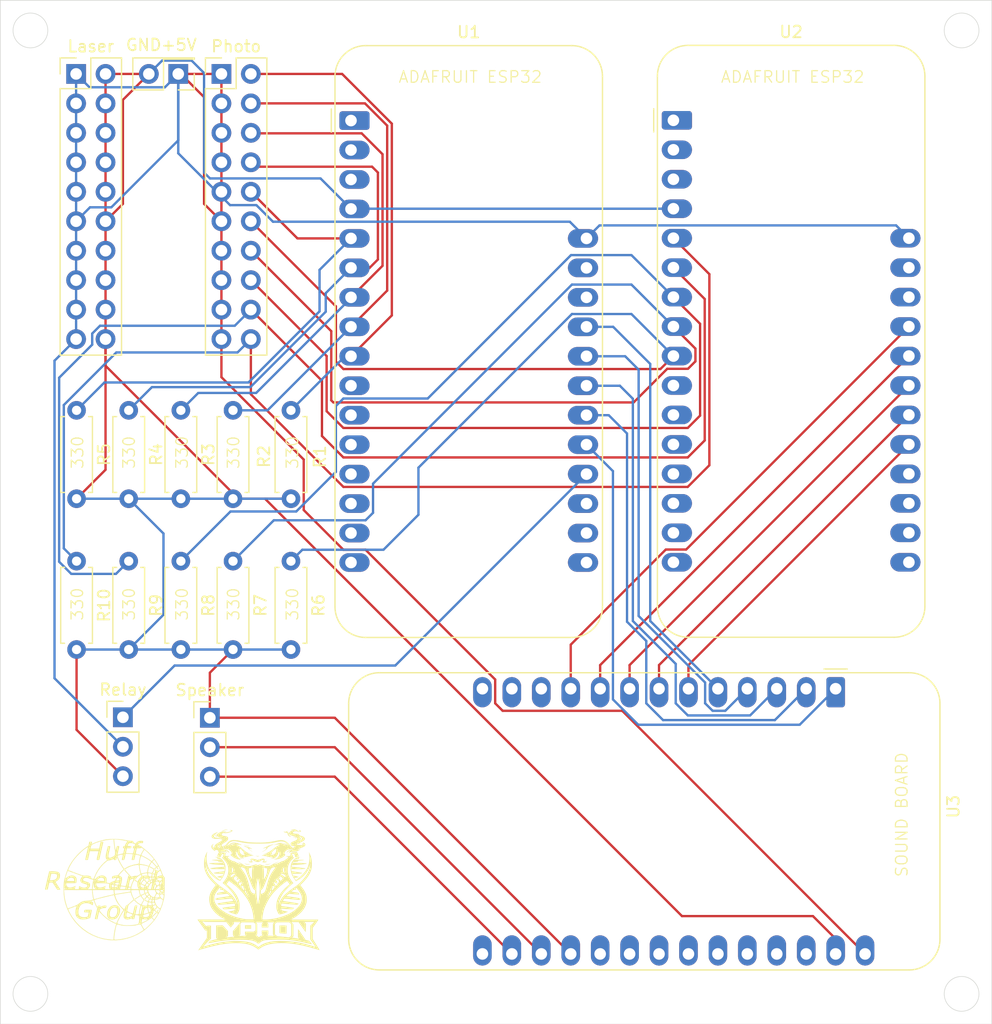
<source format=kicad_pcb>
(kicad_pcb
	(version 20241229)
	(generator "pcbnew")
	(generator_version "9.0")
	(general
		(thickness 1.6)
		(legacy_teardrops no)
	)
	(paper "A4")
	(layers
		(0 "F.Cu" signal)
		(2 "B.Cu" signal)
		(9 "F.Adhes" user "F.Adhesive")
		(11 "B.Adhes" user "B.Adhesive")
		(13 "F.Paste" user)
		(15 "B.Paste" user)
		(5 "F.SilkS" user "F.Silkscreen")
		(7 "B.SilkS" user "B.Silkscreen")
		(1 "F.Mask" user)
		(3 "B.Mask" user)
		(17 "Dwgs.User" user "User.Drawings")
		(19 "Cmts.User" user "User.Comments")
		(21 "Eco1.User" user "User.Eco1")
		(23 "Eco2.User" user "User.Eco2")
		(25 "Edge.Cuts" user)
		(27 "Margin" user)
		(31 "F.CrtYd" user "F.Courtyard")
		(29 "B.CrtYd" user "B.Courtyard")
		(35 "F.Fab" user)
		(33 "B.Fab" user)
		(39 "User.1" user)
		(41 "User.2" user)
		(43 "User.3" user)
		(45 "User.4" user)
	)
	(setup
		(pad_to_mask_clearance 0)
		(allow_soldermask_bridges_in_footprints no)
		(tenting front back)
		(pcbplotparams
			(layerselection 0x00000000_00000000_55555555_5755f5ff)
			(plot_on_all_layers_selection 0x00000000_00000000_00000000_00000000)
			(disableapertmacros no)
			(usegerberextensions no)
			(usegerberattributes yes)
			(usegerberadvancedattributes yes)
			(creategerberjobfile yes)
			(dashed_line_dash_ratio 12.000000)
			(dashed_line_gap_ratio 3.000000)
			(svgprecision 4)
			(plotframeref no)
			(mode 1)
			(useauxorigin no)
			(hpglpennumber 1)
			(hpglpenspeed 20)
			(hpglpendiameter 15.000000)
			(pdf_front_fp_property_popups yes)
			(pdf_back_fp_property_popups yes)
			(pdf_metadata yes)
			(pdf_single_document no)
			(dxfpolygonmode yes)
			(dxfimperialunits yes)
			(dxfusepcbnewfont yes)
			(psnegative no)
			(psa4output no)
			(plot_black_and_white yes)
			(sketchpadsonfab no)
			(plotpadnumbers no)
			(hidednponfab no)
			(sketchdnponfab yes)
			(crossoutdnponfab yes)
			(subtractmaskfromsilk no)
			(outputformat 1)
			(mirror no)
			(drillshape 0)
			(scaleselection 1)
			(outputdirectory "")
		)
	)
	(net 0 "")
	(net 1 "+5V")
	(net 2 "Net-(Q1-E)")
	(net 3 "Net-(Q2-E)")
	(net 4 "Net-(Q3-E)")
	(net 5 "Net-(Q4-E)")
	(net 6 "Net-(Q5-E)")
	(net 7 "Net-(Q6-E)")
	(net 8 "Net-(Q7-E)")
	(net 9 "Net-(Q8-E)")
	(net 10 "Net-(Q9-E)")
	(net 11 "Net-(Q10-E)")
	(net 12 "GND")
	(net 13 "pin0")
	(net 14 "pin1")
	(net 15 "pin2")
	(net 16 "pin3")
	(net 17 "pin4")
	(net 18 "pin5")
	(net 19 "pin6")
	(net 20 "pin7")
	(net 21 "pin8")
	(net 22 "pin9")
	(net 23 "pin20U1")
	(net 24 "left")
	(net 25 "right")
	(footprint "Laser_Harp_PCB:dumber" (layer "F.Cu") (at 154.736 117.179))
	(footprint "Connector_PinHeader_2.54mm:PinHeader_2x10_P2.54mm_Vertical" (layer "F.Cu") (at 139.042 45.847))
	(footprint "Laser_Harp_PCB:ts dumb"
		(layer "F.Cu")
		(uuid "0ae98300-a4f1-48f0-b61a-1b1ce8520ff1")
		(at 142.29 116.163)
		(property "Reference" "G***"
			(at 0 0 0)
			(layer "F.SilkS")
			(hide yes)
			(uuid "d2d95121-2330-4e68-a3bd-1eb238249f51")
			(effects
				(font
					(size 1.5 1.5)
					(thickness 0.3)
				)
			)
		)
		(property "Value" "LOGO"
			(at 0.75 0 0)
			(layer "F.SilkS")
			(hide yes)
			(uuid "6a11c531-5678-4703-89bb-9cd102ed5f66")
			(effects
				(font
					(size 1.5 1.5)
					(thickness 0.3)
				)
			)
		)
		(property "Datasheet" ""
			(at 0 0 0)
			(layer "F.Fab")
			(hide yes)
			(uuid "38fb9ab0-ab79-4737-9363-277f3fa03916")
			(effects
				(font
					(size 1.27 1.27)
					(thickness 0.15)
				)
			)
		)
		(property "Description" ""
			(at 0 0 0)
			(layer "F.Fab")
			(hide yes)
			(uuid "5e88d1f2-0bc2-46b1-ab04-578d6becd6f0")
			(effects
				(font
					(size 1.27 1.27)
					(thickness 0.15)
				)
			)
		)
		(attr board_only exclude_from_pos_files exclude_from_bom)
		(fp_poly
			(pts
				(xy 0.252164 1.359609) (xy 0.384552 1.423669) (xy 0.479019 1.52812) (xy 0.53294 1.670658) (xy 0.542816 1.740745)
				(xy 0.534881 1.932801) (xy 0.483754 2.120642) (xy 0.39569 2.291401) (xy 0.276946 2.432206) (xy 0.167648 2.512624)
				(xy 0.046533 2.558086) (xy -0.097011 2.57787) (xy -0.241498 2.571641) (xy -0.365438 2.539067) (xy -0.399908 2.521428)
				(xy -0.492486 2.44238) (xy -0.549511 2.335354) (xy -0.575002 2.191214) (xy -0.576046 2.157733) (xy -0.349177 2.157733)
				(xy -0.340044 2.225818) (xy -0.313251 2.279749) (xy -0.296639 2.302051) (xy -0.245133 2.352921)
				(xy -0.182728 2.375301) (xy -0.107902 2.37949) (xy 0.030047 2.35772) (xy 0.101676 2.320951) (xy 0.18817 2.236909)
				(xy 0.250613 2.120567) (xy 0.294569 1.961179) (xy 0.298461 1.940845) (xy 0.312444 1.779777) (xy 0.287701 1.658765)
				(xy 0.224527 1.578325) (xy 0.123219 1.538972) (xy 0.06521 1.534806) (xy -0.06329 1.561293) (xy -0.17367 1.636275)
				(xy -0.260998 1.753493) (xy -0.320341 1.906689) (xy -0.344664 2.054826) (xy -0.349177 2.157733)
				(xy -0.576046 2.157733) (xy -0.577273 2.118388) (xy -0.555571 1.900506) (xy -0.488949 1.712753)
				(xy -0.387238 1.562318) (xy -0.245566 1.435923) (xy -0.081807 1.360928) (xy 0.084479 1.338245)
			)
			(stroke
				(width 0)
				(type solid)
			)
			(fill yes)
			(layer "F.SilkS")
			(uuid "4fa9f304-6a0b-4899-a07a-db983a7a512a")
		)
		(fp_poly
			(pts
				(xy -5.347125 -1.589217) (xy -5.221697 -1.583135) (xy -5.092146 -1.572696) (xy -4.971382 -1.558762)
				(xy -4.87232 -1.542196) (xy -4.807871 -1.523859) (xy -4.80291 -1.521495) (xy -4.70808 -1.454823)
				(xy -4.654008 -1.368081) (xy -4.635185 -1.249603) (xy -4.637529 -1.171178) (xy -4.654969 -1.048976)
				(xy -4.692169 -0.955729) (xy -4.72864 -0.901464) (xy -4.81428 -0.810114) (xy -4.916678 -0.730393)
				(xy -5.012417 -0.680472) (xy -5.007917 -0.655049) (xy -4.976305 -0.591823) (xy -4.922408 -0.499375)
				(xy -4.851056 -0.386288) (xy -4.822339 -0.342647) (xy -4.743646 -0.22335) (xy -4.677567 -0.121336)
				(xy -4.629739 -0.045449) (xy -4.605799 -0.004534) (xy -4.604102 -0.000203) (xy -4.629369 0.007996)
				(xy -4.693644 0.012811) (xy -4.73786 0.01339) (xy -4.871619 0.012701) (xy -5.075896 -0.296366) (xy -5.280172 -0.605432)
				(xy -5.420315 -0.605432) (xy -5.504612 -0.602733) (xy -5.549122 -0.589243) (xy -5.57031 -0.556877)
				(xy -5.578013 -0.527993) (xy -5.594531 -0.456122) (xy -5.61756 -0.357063) (xy -5.631929 -0.295676)
				(xy -5.655786 -0.19358) (xy -5.677003 -0.101983) (xy -5.685845 -0.063359) (xy -5.704253 -0.012888)
				(xy -5.740978 0.009186) (xy -5.814801 0.01408) (xy -5.815503 0.01408) (xy -5.895391 0.006291) (xy -5.926676 -0.018437)
				(xy -5.927605 -0.025978) (xy -5.921432 -0.064819) (xy -5.904263 -0.149036) (xy -5.878122 -0.269885)
				(xy -5.845033 -0.41862) (xy -5.807023 -0.586495) (xy -5.766115 -0.764764) (xy -5.753381 -0.819598)
				(xy -5.505406 -0.819598) (xy -5.480346 -0.806926) (xy -5.41565 -0.804897) (xy -5.32661 -0.811719)
				(xy -5.228518 -0.825599) (xy -5.136667 -0.844744) (xy -5.066351 -0.86736) (xy -5.055927 -0.872292)
				(xy -4.9626 -0.950509) (xy -4.903294 -1.06406) (xy -4.885698 -1.17971) (xy -4.900199 -1.264686)
				(xy -4.948042 -1.321392) (xy -5.03574 -1.353705) (xy -5.169803 -1.365499) (xy -5.198249 -1.365743)
				(xy -5.385629 -1.365743) (xy -5.445615 -1.105266) (xy -5.471625 -0.989727) (xy -5.491903 -0.894707)
				(xy -5.503626 -0.833693) (xy -5.505406 -0.819598) (xy -5.753381 -0.819598) (xy -5.724333 -0.944682)
				(xy -5.683704 -1.117504) (xy -5.646251 -1.274482) (xy -5.613999 -1.406873) (xy -5.588972 -1.505929)
				(xy -5.573196 -1.562905) (xy -5.569532 -1.572695) (xy -5.533955 -1.584859) (xy -5.455515 -1.590079)
			)
			(stroke
				(width 0)
				(type solid)
			)
			(fill yes)
			(layer "F.SilkS")
			(uuid "6f03a264-500d-477b-b134-6ff670be8776")
		)
		(fp_poly
			(pts
				(xy 0.162355 -4.365224) (xy 0.413666 -4.354292) (xy 0.643097 -4.334051) (xy 0.835525 -4.304651)
				(xy 0.872949 -4.296612) (xy 1.02205 -4.266224) (xy 1.179565 -4.240429) (xy 1.319424 -4.223295) (xy 1.365743 -4.219711)
				(xy 1.508384 -4.210352) (xy 1.60326 -4.200064) (xy 1.6589 -4.186347) (xy 1.683837 -4.166701) (xy 1.686602 -4.138629)
				(xy 1.683947 -4.126493) (xy 1.687238 -4.082453) (xy 1.730335 -4.043987) (xy 1.771245 -4.0225) (xy 1.873043 -3.973955)
				(xy 1.964349 -4.062024) (xy 2.040188 -4.124582) (xy 2.116623 -4.171926) (xy 2.134926 -4.17998) (xy 2.206598 -4.197071)
				(xy 2.299742 -4.206796) (xy 2.396284 -4.208948) (xy 2.478152 -4.203314) (xy 2.527271 -4.189687)
				(xy 2.532581 -4.1846) (xy 2.538572 -4.141307) (xy 2.531063 -4.073664) (xy 2.517929 -4.022878) (xy 2.494419 -3.999847)
				(xy 2.444088 -3.997146) (xy 2.377194 -4.004191) (xy 2.268352 -4.003656) (xy 2.176534 -3.979052)
				(xy 2.115445 -3.935953) (xy 2.097894 -3.890597) (xy 2.121456 -3.857386) (xy 2.179136 -3.817635)
				(xy 2.251422 -3.782003) (xy 2.318803 -3.761149) (xy 2.338206 -3.759313) (xy 2.375088 -3.745557)
				(xy 2.37949 -3.734393) (xy 2.400817 -3.708632) (xy 2.458695 -3.657644) (xy 2.543973 -3.589109) (xy 2.634863 -3.520052)
				(xy 2.999382 -3.216323) (xy 3.331674 -2.871929) (xy 3.626724 -2.493792) (xy 3.879518 -2.088833)
				(xy 4.085042 -1.663973) (xy 4.195724 -1.365743) (xy 4.238388 -1.261201) (xy 4.291784 -1.164714)
				(xy 4.321977 -1.123622) (xy 4.397756 -1.036379) (xy 4.393615 -0.236593) (xy 4.391935 0.006434) (xy 4.389335 0.201851)
				(xy 4.385291 0.358367) (xy 4.379275 0.48469) (xy 4.370763 0.589529) (xy 4.359228 0.681592) (xy 4.344145 0.769588)
				(xy 4.328135 0.84772) (xy 4.193438 1.343174) (xy 4.007757 1.815025) (xy 3.770156 2.265499) (xy 3.654498 2.449099)
				(xy 3.502891 2.655546) (xy 3.314796 2.876055) (xy 3.103152 3.097693) (xy 2.880897 3.307526) (xy 2.66097 3.492619)
				(xy 2.475879 3.627256) (xy 2.050853 3.876434) (xy 1.605097 4.076874) (xy 1.143938 4.227263) (xy 0.672698 4.326283)
				(xy 0.196704 4.37262) (xy -0.27872 4.364958) (xy -0.445627 4.349087) (xy -0.932967 4.264934) (xy -1.402059 4.129328)
				(xy -1.849404 3.944856) (xy -2.271504 3.714104) (xy -2.664858 3.43966) (xy -3.02597 3.124109) (xy -3.351339 2.77004)
				(xy -3.637468 2.380039) (xy -3.880857 1.956693) (xy -3.986386 1.731123) (xy -4.004052 1.686401)
				(xy -3.9204 1.686401) (xy -3.918695 1.721559) (xy -3.890575 1.795594) (xy -3.840401 1.900216) (xy -3.772537 2.027137)
				(xy -3.691343 2.168067) (xy -3.601183 2.314716) (xy -3.540853 2.40765) (xy -3.262135 2.777707) (xy -2.939195 3.118362)
				(xy -2.578525 3.424697) (xy -2.186621 3.691795) (xy -1.769976 3.914738) (xy -1.335085 4.088611)
				(xy -1.309424 4.097092) (xy -1.106303 4.158562) (xy -0.905982 4.20802) (xy -0.695047 4.247851) (xy -0.460085 4.280437)
				(xy -0.187682 4.308165) (xy -0.063359 4.318579) (xy -0.033015 4.311239) (xy -0.018205 4.274343)
				(xy -0.01433 4.199658) (xy 0.046291 4.199658) (xy 0.050103 4.271237) (xy 0.053083 4.281986) (xy 0.071659 4.299596)
				(xy 0.114955 4.309056) (xy 0.189209 4.310167) (xy 0.300658 4.302729) (xy 0.455542 4.286543) (xy 0.647672 4.263001)
				(xy 1.040415 4.190757) (xy 1.437257 4.076559) (xy 1.814656 3.927526) (xy 1.914856 3.87992) (xy 2.029353 3.820303)
				(xy 2.153421 3.750913) (xy 2.277323 3.677804) (xy 2.391321 3.607032) (xy 2.485677 3.544654) (xy 2.550654 3.496723)
				(xy 2.576512 3.469297) (xy 2.576607 3.468407) (xy 2.561731 3.430477) (xy 2.525748 3.372061) (xy 2.5239 3.369425)
				(xy 2.481233 3.30155) (xy 2.428767 3.20825) (xy 2.396707 3.14684) (xy 2.357645 3.073364) (xy 2.321365 3.027448)
				(xy 2.276045 3.00653) (xy 2.209865 3.008047) (xy 2.111003 3.029435) (xy 1.996799 3.06013) (xy 1.902247 3.083699)
				(xy 1.809002 3.100613) (xy 1.704683 3.111967) (xy 1.576911 3.118855) (xy 1.413303 3.122371) (xy 1.281264 3.12337)
				(xy 1.091782 3.123288) (xy 0.94574 3.12046) (xy 0.830284 3.113782) (xy 0.732558 3.102152) (xy 0.639708 3.084464)
				(xy 0.539027 3.059656) (xy 0.427105 3.033153) (xy 0.335882 3.017205) (xy 0.278742 3.013884) (xy 0.267203 3.017536)
				(xy 0.241779 3.067913) (xy 0.212334 3.163574) (xy 0.180686 3.293787) (xy 0.148651 3.447819) (xy 0.118048 3.614939)
				(xy 0.090693 3.784415) (xy 0.068403 3.945515) (xy 0.052997 4.087507) (xy 0.046291 4.199658) (xy -0.01433 4.199658)
				(xy -0.014092 4.19507) (xy -0.01408 4.188008) (xy -0.003399 3.985896) (xy 0.026802 3.747506) (xy 0.07376 3.488284)
				(xy 0.134715 3.223678) (xy 0.199792 2.991962) (xy 0.196367 2.950254) (xy 0.173718 2.942683) (xy 0.118103 2.928286)
				(xy 0.070005 2.907735) (xy 0.318598 2.907735) (xy 0.341869 2.936356) (xy 0.389775 2.955806) (xy 0.462735 2.974571)
				(xy 0.485592 2.980316) (xy 0.615929 3.0108) (xy 0.755272 3.039155) (xy 0.844789 3.054658) (xy 0.986603 3.067856)
				(xy 1.165918 3.072201) (xy 1.364733 3.068379) (xy 1.565042 3.057074) (xy 1.748844 3.038972) (xy 1.898134 3.014758)
				(xy 1.899189 3.014531) (xy 2.000851 2.991451) (xy 2.078861 2.971572) (xy 2.113021 2.960492) (xy 2.37949 2.960492)
				(xy 2.392235 2.995545) (xy 2.424971 3.063719) (xy 2.469451 3.149405) (xy 2.517426 3.236996) (xy 2.560648 3.310884)
				(xy 2.582136 3.343958) (xy 2.62548 3.396626) (xy 2.657877 3.421167) (xy 2.659819 3.421397) (xy 2.687769 3.403054)
				(xy 2.747932 3.352859) (xy 2.831989 3.278065) (xy 2.931622 3.185921) (xy 2.952057 3.166644) (xy 3.066601 3.055893)
				(xy 3.17823 2.943862) (xy 3.273996 2.843788) (xy 3.339819 2.77026) (xy 3.458399 2.628629) (xy 3.362459 2.532852)
				(xy 3.266519 2.437075) (xy 3.083481 2.56533) (xy 2.972901 2.636859) (xy 2.834671 2.717818) (xy 2.692508 2.794541)
				(xy 2.639967 2.820927) (xy 2.531868 2.874883) (xy 2.445679 2.920014) (xy 2.39202 2.950629) (xy 2.37949 2.960492)
				(xy 2.113021 2.960492) (xy 2.11878 2.958624) (xy 2.120822 2.957301) (xy 2.133216 2.925446) (xy 2.152825 2.855502)
				(xy 2.155236 2.845675) (xy 2.405181 2.845675) (xy 2.410815 2.858204) (xy 2.446384 2.846191) (xy 2.518681 2.814141)
				(xy 2.614485 2.768034) (xy 2.654672 2.747886) (xy 2.760974 2.692514) (xy 2.852913 2.641964) (xy 2.914877 2.604902)
				(xy 2.92572 2.597386) (xy 2.950183 2.575248) (xy 2.941183 2.565228) (xy 2.890492 2.565178) (xy 2.821818 2.570252)
				(xy 2.714856 2.571969) (xy 2.615639 2.561934) (xy 2.573738 2.551667) (xy 2.511476 2.534368) (xy 2.999002 2.534368)
				(xy 3.013082 2.548448) (xy 3.027162 2.534368) (xy 3.013082 2.520288) (xy 2.999002 2.534368) (xy 2.511476 2.534368)
				(xy 2.509291 2.533761) (xy 2.47178 2.531833) (xy 2.470087 2.532943) (xy 2.452781 2.570042) (xy 2.434334 2.637986)
				(xy 2.418051 2.718654) (xy 2.407232 2.793924) (xy 2.405181 2.845675) (xy 2.155236 2.845675) (xy 2.169713 2.786673)
				(xy 2.182619 2.699161) (xy 2.188684 2.58884) (xy 2.188384 2.471266) (xy 2.182195 2.362) (xy 2.177558 2.327864)
				(xy 2.238692 2.327864) (xy 2.241319 2.406193) (xy 2.249182 2.428458) (xy 2.262249 2.394669) (xy 2.262896 2.391536)
				(xy 3.309386 2.391536) (xy 3.399075 2.484072) (xy 3.453203 2.53902) (xy 3.487545 2.572177) (xy 3.493188 2.576607)
				(xy 3.509624 2.554939) (xy 3.549437 2.497316) (xy 3.605017 2.414809) (xy 3.623847 2.38653) (xy 3.70727 2.259848)
				(xy 3.762492 2.171261) (xy 3.792935 2.112259) (xy 3.802024 2.074335) (xy 3.79318 2.04898) (xy 3.769825 2.027686)
				(xy 3.768578 2.026754) (xy 3.741526 2.012932) (xy 3.710771 2.017254) (xy 3.667375 2.045434) (xy 3.602401 2.103184)
				(xy 3.51323 2.189963) (xy 3.309386 2.391536) (xy 2.262896 2.391536) (xy 2.278472 2.316131) (xy 2.283134 2.262862)
				(xy 2.525347 2.262862) (xy 2.541177 2.317706) (xy 2.598695 2.356029) (xy 2.685114 2.375609) (xy 2.787647 2.374224)
				(xy 2.88733 2.351088) (xy 3.252796 2.351088) (xy 3.271034 2.33843) (xy 3.320581 2.293336) (xy 3.393215 2.223485)
				(xy 3.456204 2.161159) (xy 3.65997 1.957394) (xy 3.568014 1.865726) (xy 3.509296 1.811958) (xy 3.474404 1.79625)
				(xy 3.451013 1.813477) (xy 3.449159 1.816297) (xy 3.428079 1.876562) (xy 3.421828 1.932007) (xy 3.409042 1.995278)
				(xy 3.376198 2.086336) (xy 3.337275 2.171364) (xy 3.294396 2.257762) (xy 3.263968 2.322584) (xy 3.252796 2.351088)
				(xy 2.88733 2.351088) (xy 2.893508 2.349654) (xy 2.932361 2.33358) (xy 3.02618 2.273079) (xy 3.066148 2.204019)
				(xy 3.054572 2.122077) (xy 3.050435 2.112495) (xy 3.020393 2.068087) (xy 3.097335 2.068087) (xy 3.101648 2.08431)
				(xy 3.118746 2.118278) (xy 3.135316 2.104145) (xy 3.149234 2.074669) (xy 3.163571 2.020054) (xy 3.157834 1.993902)
				(xy 3.126956 1.9885) (xy 3.102761 2.019711) (xy 3.097335 2.068087) (xy 3.020393 2.068087) (xy 3.017358 2.0636)
				(xy 2.986946 2.050944) (xy 2.945388 2.064455) (xy 2.867852 2.087914) (xy 2.787805 2.111391) (xy 2.668686 2.147417)
				(xy 2.593432 2.175907) (xy 2.551292 2.203066) (xy 2.531514 2.2351) (xy 2.525347 2.262862) (xy 2.283134 2.262862)
				(xy 2.285051 2.240957) (xy 2.270745 2.210807) (xy 2.268127 2.210532) (xy 2.250003 2.235577) (xy 2.239636 2.298428)
				(xy 2.238692 2.327864) (xy 2.177558 2.327864) (xy 2.170595 2.276598) (xy 2.154059 2.23062) (xy 2.152638 2.229198)
				(xy 2.119813 2.219629) (xy 2.049592 2.207262) (xy 1.997263 2.199956) (xy 1.854393 2.181751) (xy 1.813808 2.358059)
				(xy 1.773222 2.534368) (xy 1.650258 2.543208) (xy 1.574463 2.545473) (xy 1.542871 2.535119) (xy 1.544061 2.508355)
				(xy 1.544193 2.508008) (xy 1.554823 2.477377) (xy 1.548035 2.468177) (xy 1.512933 2.481647) (xy 1.438623 2.519023)
				(xy 1.436142 2.520288) (xy 1.302651 2.564332) (xy 1.177195 2.576607) (xy 1.077202 2.570646) (xy 1.00651 2.546835)
				(xy 0.938818 2.496284) (xy 0.938358 2.495873) (xy 0.882134 2.437818) (xy 0.856203 2.380187) (xy 0.850164 2.297179)
				(xy 0.850386 2.277636) (xy 0.859582 2.168752) (xy 0.863683 2.144024) (xy 1.094184 2.144024) (xy 1.095427 2.26471)
				(xy 1.132777 2.342219) (xy 1.20612 2.376502) (xy 1.315338 2.367506) (xy 1.460319 2.315182) (xy 1.471341 2.310111)
				(xy 1.566099 2.258417) (xy 1.612186 2.212605) (xy 1.61918 2.185931) (xy 1.604237 2.146881) (xy 1.55259 2.11286)
				(xy 1.471341 2.082262) (xy 1.370604 2.046644) (xy 1.278938 2.009821) (xy 1.242829 1.993123) (xy 1.17957 1.969965)
				(xy 1.13825 1.982447) (xy 1.112128 2.037414) (xy 1.094459 2.141713) (xy 1.094184 2.144024) (xy 0.863683 2.144024)
				(xy 0.880404 2.043213) (xy 0.895384 1.978223) (xy 0.914537 1.889931) (xy 0.919415 1.840405) (xy 1.168625 1.840405)
				(xy 1.194955 1.876482) (xy 1.269687 1.922208) (xy 1.386435 1.974185) (xy 1.496427 2.014779) (xy 1.6461 2.066274)
				(xy 1.673621 1.962405) (xy 1.696813 1.869647) (xy 1.722679 1.758875) (xy 1.731818 1.717738) (xy 1.76368 1.573356)
				(xy 1.788356 1.475088) (xy 1.810853 1.414062) (xy 1.836179 1.381411) (xy 1.869343 1.368263) (xy 1.915353 1.365749)
				(xy 1.930558 1.365743) (xy 2.001716 1.368968) (xy 2.030231 1.384531) (xy 2.029673 1.42126) (xy 2.027929 1.429102)
				(xy 2.015665 1.481884) (xy 1.99399 1.575158) (xy 1.966243 1.694559) (xy 1.942913 1.794946) (xy 1.914567 1.918142)
				(xy 1.891691 2.019889) (xy 1.876894 2.088432) (xy 1.872616 2.111742) (xy 1.897929 2.119984) (xy 1.962509 2.125156)
				(xy 2.010402 2.126053) (xy 2.104731 2.119593) (xy 2.15427 2.098247) (xy 2.16528 2.081511) (xy 2.173113 2.043485)
				(xy 2.240151 2.043485) (xy 2.242673 2.098768) (xy 2.256973 2.122198) (xy 2.276323 2.126053) (xy 2.317634 2.102139)
				(xy 2.336814 2.062694) (xy 2.340258 2.047868) (xy 2.578998 2.047868) (xy 2.584825 2.082066) (xy 2.613958 2.092439)
				(xy 2.675829 2.081225) (xy 2.779872 2.050664) (xy 2.811512 2.040902) (xy 2.996029 1.98391) (xy 2.955276 1.868404)
				(xy 2.929102 1.775584) (xy 2.915204 1.689981) (xy 2.914523 1.67362) (xy 2.902752 1.60075) (xy 2.871796 1.579983)
				(xy 2.9757 1.579983) (xy 2.978924 1.668459) (xy 2.995062 1.767522) (xy 3.016497 1.856084) (xy 3.024297 1.879412)
				(xy 3.050471 1.93185) (xy 3.084394 1.939825) (xy 3.124931 1.924172) (xy 3.171316 1.89354) (xy 3.191894 1.845095)
				(xy 3.19612 1.771581) (xy 3.194595 1.755448) (xy 3.562195 1.755448) (xy 3.580818 1.7888) (xy 3.625892 1.838143)
				(xy 3.628466 1.840579) (xy 3.694737 1.902837) (xy 3.774599 1.798132) (xy 3.829737 1.738575) (xy 3.861443 1.726332)
				(xy 3.864207 1.755328) (xy 3.832519 1.819487) (xy 3.816061 1.843854) (xy 3.780905 1.906213) (xy 3.771328 1.951696)
				(xy 3.773274 1.956903) (xy 3.812005 1.985084) (xy 3.858557 1.958204) (xy 3.912132 1.876858) (xy 3.930472 1.839755)
				(xy 3.967854 1.751369) (xy 3.977431 1.701745) (xy 3.962405 1.682184) (xy 3.91739 1.656766) (xy 3.855828 1.610839)
				(xy 3.849076 1.605225) (xy 3.771963 1.540338) (xy 3.667079 1.636457) (xy 3.606873 1.695803) (xy 3.56894 1.741218)
				(xy 3.562195 1.755448) (xy 3.194595 1.755448) (xy 3.187736 1.682871) (xy 3.15562 1.623756) (xy 3.121923 1.593064)
				(xy 3.043654 1.541409) (xy 2.99599 1.536481) (xy 2.9757 1.579983) (xy 2.871796 1.579983) (xy 2.864638 1.575181)
				(xy 2.795983 1.595154) (xy 2.765911 1.611439) (xy 2.693818 1.674433) (xy 2.639875 1.772896) (xy 2.600094 1.91522)
				(xy 2.587045 1.987605) (xy 2.578998 2.047868) (xy 2.340258 2.047868) (xy 2.349194 2.009394) (xy 2.370878 1.91604)
				(xy 2.398426 1.797437) (xy 2.419028 1.70874) (xy 2.448456 1.577601) (xy 2.464465 1.491081) (xy 2.467868 1.439304)
				(xy 2.462608 1.422436) (xy 3.365991 1.422436) (xy 3.427465 1.548967) (xy 3.466488 1.621628) (xy 3.498221 1.667387)
				(xy 3.509326 1.675499) (xy 3.541944 1.658915) (xy 3.598068 1.617615) (xy 3.616354 1.602597) (xy 3.680145 1.539761)
				(xy 3.697581 1.48794) (xy 3.671311 1.430391) (xy 3.648263 1.400942) (xy 3.611062 1.358076) (xy 3.581257 1.342229)
				(xy 3.538484 1.351043) (xy 3.467532 1.38001) (xy 3.365991 1.422436) (xy 2.462608 1.422436) (xy 2.459477 1.412397)
				(xy 2.444246 1.40192) (xy 2.394777 1.407806) (xy 2.377072 1.424999) (xy 2.343859 1.49924) (xy 2.309484 1.611725)
				(xy 2.278387 1.74466) (xy 2.255007 1.880247) (xy 2.247511 1.944398) (xy 2.240151 2.043485) (xy 2.173113 2.043485)
				(xy 2.177472 2.022326) (xy 2.182372 1.945848) (xy 2.190337 1.874869) (xy 2.211777 1.765937) (xy 2.243016 1.63474)
				(xy 2.280375 1.496967) (xy 2.311763 1.393902) (xy 2.296515 1.352503) (xy 2.255417 1.320358) (xy 2.441177 1.320358)
				(xy 2.447691 1.330691) (xy 2.485061 1.344918) (xy 2.561088 1.361144) (xy 2.658331 1.376374) (xy 2.759348 1.387613)
				(xy 2.793854 1.39014) (xy 2.854217 1.373152) (xy 2.881512 1.344623) (xy 2.902061 1.285131) (xy 2.910362 1.247452)
				(xy 2.968296 1.247452) (xy 2.979118 1.304683) (xy 3.027187 1.333734) (xy 3.104601 1.345044) (xy 3.188764 1.352294)
				(xy 3.248997 1.358597) (xy 3.263078 1.360667) (xy 3.27415 1.339339) (xy 3.273098 1.279642) (xy 3.268828 1.247121)
				(xy 3.255997 1.173572) (xy 3.247593 1.135521) (xy 3.315792 1.135521) (xy 3.319825 1.156849) (xy 3.333578 1.220469)
				(xy 3.336918 1.269487) (xy 3.354391 1.324589) (xy 3.406552 1.335533) (xy 3.486607 1.305609) (xy 3.536527 1.278837)
				(xy 3.555943 1.267275) (xy 3.552846 1.239679) (xy 3.53552 1.18661) (xy 3.505323 1.13521) (xy 3.454358 1.114786)
				(xy 3.405001 1.112306) (xy 3.33804 1.117145) (xy 3.315792 1.135521) (xy 3.247593 1.135521) (xy 3.246248 1.12943)
				(xy 3.24411 1.124277) (xy 3.215392 1.118462) (xy 3.150258 1.108931) (xy 3.121177 1.105115) (xy 3.045236 1.099309)
				(xy 3.006862 1.111489) (xy 2.988604 1.147595) (xy 2.987803 1.15052) (xy 2.968296 1.247452) (xy 2.910362 1.247452)
				(xy 2.920604 1.200963) (xy 2.923539 1.182705) (xy 2.940276 1.070066) (xy 2.785453 0.994556) (xy 2.63063 0.919045)
				(xy 2.547157 1.050875) (xy 2.479774 1.169644) (xy 2.443632 1.261765) (xy 2.441177 1.320358) (xy 2.255417 1.320358)
				(xy 2.227509 1.29853) (xy 2.183986 1.272878) (xy 2.086882 1.209565) (xy 1.978207 1.125091) (xy 1.898294 1.053569)
				(xy 1.754024 0.913045) (xy 1.662681 0.982716) (xy 1.594262 1.038173) (xy 1.504814 1.114948) (xy 1.419261 1.191392)
				(xy 1.34486 1.261769) (xy 1.296527 1.319127) (xy 1.264845 1.38117) (xy 1.2404 1.465603) (xy 1.217905 1.570019)
				(xy 1.195574 1.681964) (xy 1.178521 1.77385) (xy 1.169432 1.830939) (xy 1.168625 1.840405) (xy 0.919415 1.840405)
				(xy 0.920876 1.825573) (xy 0.915218 1.802236) (xy 0.889223 1.817225) (xy 0.842711 1.873869) (xy 0.780908 1.963727)
				(xy 0.709039 2.07836) (xy 0.632329 2.20933) (xy 0.556003 2.348198) (xy 0.485286 2.486525) (xy 0.46352 2.531781)
				(xy 0.392424 2.681965) (xy 0.344294 2.789026) (xy 0.319546 2.861454) (xy 0.318598 2.907735) (xy 0.070005 2.907735)
				(xy 0.026337 2.889077) (xy -0.090573 2.831032) (xy -0.221617 2.760126) (xy -0.355789 2.682334) (xy -0.48208 2.603631)
				(xy -0.589481 2.529992) (xy -0.597468 2.524097) (xy -0.715417 2.42934) (xy -0.848966 2.311081) (xy -0.976926 2.18846)
				(xy -1.032993 2.13064) (xy -1.119952 2.040853) (xy -1.192522 1.971333) (xy -1.242622 1.929462) (xy -1.261837 1.921552)
				(xy -1.272602 1.956327) (xy -1.292142 2.033987) (xy -1.317495 2.142335) (xy -1.34059 2.245732) (xy -1.406861 2.548448)
				(xy -1.524464 2.548448) (xy -1.598761 2.54457) (xy -1.629537 2.52905) (xy -1.630083 2.499168) (xy -1.61984 2.455314)
				(xy -1.599655 2.367536) (xy -1.572046 2.246834) (xy -1.539533 2.104208) (xy -1.523578 2.034065)
				(xy -1.429058 1.618241) (xy -1.521083 1.442713) (xy -1.581571 1.318232) (xy -1.64171 1.18001) (xy -1.676737 1.089813)
				(xy -1.717503 0.988714) (xy -1.750794 0.936738) (xy -1.780497 0.927847) (xy -1.780947 0.928016)
				(xy -1.840052 0.947135) (xy -1.889312 0.960601) (xy -1.945295 0.982394) (xy -1.947246 1.007578)
				(xy -1.894464 1.038181) (xy -1.857662 1.052469) (xy -1.79313 1.08017) (xy -1.769492 1.113556) (xy -1.77382 1.174909)
				(xy -1.776794 1.191884) (xy -1.797927 1.289901) (xy -1.821329 1.33837) (xy -1.854281 1.343841) (xy -1.904064 1.312861)
				(xy -1.907938 1.309834) (xy -2.060983 1.221158) (xy -2.235149 1.172124) (xy -2.416947 1.162593)
				(xy -2.592888 1.19243) (xy -2.749486 1.261496) (xy -2.825792 1.319162) (xy -2.918213 1.434933) (xy -2.989517 1.584759)
				(xy -3.036164 1.752475) (xy -3.054613 1.92192) (xy -3.041324 2.07693) (xy -3.011598 2.167443) (xy -2.935804 2.26471)
				(xy -2.819985 2.334302) (xy -2.674694 2.373319) (xy -2.510483 2.378861) (xy -2.346051 2.350336)
				(xy -2.288649 2.330994) (xy -2.253221 2.30295) (xy -2.229326 2.251294) (xy -2.206527 2.161116) (xy -2.203221 2.146335)
				(xy -2.16423 1.971175) (xy -2.371932 1.962923) (xy -2.47918 1.958742) (xy -2.539726 1.950046) (xy -2.562906 1.926673)
				(xy -2.558051 1.878462) (xy -2.534497 1.79525) (xy -2.532471 1.788137) (xy -2.521141 1.76328) (xy -2.497158 1.747026)
				(xy -2.450202 1.737572) (xy -2.369953 1.733114) (xy -2.246089 1.731848) (xy -2.210296 1.731818)
				(xy -2.084933 1.733645) (xy -1.981871 1.738594) (xy -1.913201 1.745865) (xy -1.891068 1.752938)
				(xy -1.891884 1.787109) (xy -1.90371 1.864616) (xy -1.924543 1.973997) (xy -1.952376 2.103794) (xy -1.952766 2.105523)
				(xy -2.027495 2.436989) (xy -2.182373 2.496648) (xy -2.33367 2.54019) (xy -2.504773 2.566076) (xy -2.676748 2.573301)
				(xy -2.830662 2.560859) (xy -2.927655 2.536227) (xy -3.079437 2.461505) (xy -3.186856 2.366739)
				(xy -3.255358 2.254985) (xy -3.293103 2.123509) (xy -3.307082 1.961093) (xy -3.29735 1.787832) (xy -3.263961 1.62382)
				(xy -3.253566 1.591321) (xy -3.226464 1.506766) (xy -3.211108 1.446647) (xy -3.210045 1.42691) (xy -3.238037 1.432634)
				(xy -3.306611 1.45435) (xy -3.403833 1.487697) (xy -3.517773 1.528316) (xy -3.636496 1.571849) (xy -3.74807 1.613937)
				(xy -3.840563 1.65022) (xy -3.902042 1.67634) (xy -3.9204 1.686401) (xy -4.004052 1.686401) (xy -4.112892 1.410877)
				(xy -4.207786 1.101007) (xy -4.273867 0.787029) (xy -4.313935 0.454455) (xy -4.330788 0.0888) (xy -4.331082 0.042239)
				(xy -4.295012 0.042239) (xy -4.281741 0.147838) (xy -4.27274 0.231056) (xy -4.262247 0.344826) (xy -4.253203 0.45597)
				(xy -4.23852 0.595599) (xy -4.215978 0.75157) (xy -4.195524 0.864285) (xy -4.170142 0.974475) (xy -4.136609 1.102045)
				(xy -4.09837 1.235923) (xy -4.05887 1.36504) (xy -4.021553 1.478323) (xy -3.989864 1.564701) (xy -3.967249 1.613104)
				(xy -3.960501 1.619605) (xy -3.929049 1.610449) (xy -3.854559 1.584955) (xy -3.746729 1.546549)
				(xy -3.615259 1.498659) (xy -3.548115 1.473869) (xy -3.371863 1.406079) (xy -3.239429 1.348776)
				(xy -3.140518 1.296847) (xy -3.064834 1.245175) (xy -3.032094 1.217484) (xy -2.866108 1.091811)
				(xy -2.688658 1.009704) (xy -2.486052 0.966021) (xy -2.335445 0.95582) (xy -2.169247 0.946073) (xy -2.021622 0.926324)
				(xy -1.900887 0.898749) (xy -1.899363 0.898157) (xy -1.667854 0.898157) (xy -1.664959 0.929396)
				(xy -1.644054 0.998498) (xy -1.610233 1.091964) (xy -1.568588 1.196295) (xy -1.524214 1.297991)
				(xy -1.491201 1.366376) (xy -1.447664 1.448521) (xy -1.4217 1.485937) (xy -1.406417 1.484618) (xy -1.394923 1.450563)
				(xy -1.394839 1.450222) (xy -1.374434 1.403954) (xy -1.331475 1.380758) (xy -1.258068 1.371117)
				(xy -1.183767 1.367659) (xy -1.152488 1.377834) (xy -1.151131 1.410577) (xy -1.157886 1.439428)
				(xy -1.177216 1.516444) (xy -1.073654 1.452439) (xy -0.959605 1.403599) (xy -0.817162 1.374718)
				(xy -0.801841 1.373177) (xy -0.700998 1.367734) (xy -0.646877 1.380521) (xy -0.630628 1.420622)
				(xy -0.643403 1.49712) (xy -0.651341 1.527661) (xy -0.66802 1.564677) (xy -0.702604 1.583697) (xy -0.770442 1.590451)
				(xy -0.821036 1.59102) (xy -0.93785 1.603021) (xy -1.051844 1.634736) (xy -1.146849 1.679735) (xy -1.206699 1.731588)
				(xy -1.215541 1.747929) (xy -1.208555 1.801306) (xy -1.163023 1.882259) (xy -1.085086 1.98409) (xy -0.980884 2.100095)
				(xy -0.856558 2.223576) (xy -0.718248 2.347831) (xy -0.572096 2.466159) (xy -0.525043 2.501407)
				(xy -0.431961 2.564396) (xy -0.316238 2.634942) (xy -0.189435 2.70691) (xy -0.063115 2.774161) (xy 0.05116 2.830558)
				(xy 0.141827 2.869964) (xy 0.197324 2.886243) (xy 0.200208 2.886364) (xy 0.233318 2.862361) (xy 0.271188 2.801696)
				(xy 0.286621 2.766685) (xy 0.336087 2.652839) (xy 0.40649 2.507028) (xy 0.489374 2.345328) (xy 0.576284 2.183815)
				(xy 0.658765 2.038567) (xy 0.728363 1.925659) (xy 0.731171 1.921423) (xy 0.839311 1.759032) (xy 0.643105 1.555348)
				(xy 0.41063 1.284456) (xy 0.233213 1.011075) (xy 0.109591 0.733098) (xy 0.06839 0.595039) (xy 0.044801 0.516338)
				(xy 0.02015 0.481058) (xy -0.015318 0.476975) (xy -0.024391 0.478787) (xy -0.313891 0.545046) (xy -0.588786 0.60953)
				(xy -0.843896 0.670917) (xy -1.074043 0.727887) (xy -1.274046 0.779117) (xy -1.438728 0.823286)
				(xy -1.562909 0.859072) (xy -1.641411 0.885154) (xy -1.667854 0.898157) (xy -1.899363 0.898157)
				(xy -1.815358 0.865523) (xy -1.77335 0.828821) (xy -1.771678 0.808365) (xy -1.789697 0.733172) (xy -1.810909 0.620809)
				(xy -1.832556 0.489242) (xy -1.851877 0.356436) (xy -1.866113 0.240356) (xy -1.872505 0.158968)
				(xy -1.872616 0.151189) (xy -1.872616 0.042239) (xy -1.822858 0.042239) (xy -1.804241 0.232317)
				(xy -1.787296 0.376258) (xy -1.764848 0.527441) (xy -1.740214 0.665743) (xy -1.716711 0.771043)
				(xy -1.713528 0.782607) (xy -1.681399 0.819718) (xy -1.652108 0.818778) (xy -1.608617 0.806411)
				(xy -1.522263 0.782498) (xy -1.404547 0.750203) (xy -1.266971 0.712689) (xy -1.229997 0.702643)
				(xy -1.054796 0.656653) (xy -0.849184 0.605142) (xy -0.637869 0.554172) (xy -0.445554 0.509807)
				(xy -0.432032 0.506792) (xy -0.285213 0.473512) (xy -0.172244 0.446818) (xy 0.121174 0.446818) (xy 0.139233 0.559751)
				(xy 0.169522 0.671646) (xy 0.225967 0.813327) (xy 0.301018 0.96946) (xy 0.387126 1.124711) (xy 0.476741 1.263745)
				(xy 0.504662 1.30196) (xy 0.583604 1.398771) (xy 0.670768 1.494103) (xy 0.756042 1.578165) (xy 0.829314 1.641168)
				(xy 0.880473 1.673323) (xy 0.890501 1.675499) (xy 0.920847 1.654906) (xy 0.955694 1.61311) (xy 0.992569 1.53954)
				(xy 1.016744 1.458232) (xy 1.039806 1.390467) (xy 1.08042 1.366384) (xy 1.091928 1.365743) (xy 1.138395 1.34712)
				(xy 1.210792 1.297555) (xy 1.295805 1.226498) (xy 1.321112 1.203037) (xy 1.417961 1.113009) (xy 1.515359 1.025632)
				(xy 1.594141 0.958059) (xy 1.602301 0.951393) (xy 1.681916 0.886928) (xy 1.842282 0.886928) (xy 1.8648 0.927357)
				(xy 1.912993 0.979891) (xy 1.92743 0.994753) (xy 2.009475 1.070473) (xy 2.105731 1.146353) (xy 2.202452 1.212962)
				(xy 2.285892 1.26087) (xy 2.342305 1.280646) (xy 2.34429 1.280729) (xy 2.376948 1.261437) (xy 2.37949 1.249748)
				(xy 2.393267 1.211116) (xy 2.429355 1.140374) (xy 2.478979 1.054456) (xy 2.578467 0.89068) (xy 2.559514 0.866937)
				(xy 2.705371 0.866937) (xy 2.733601 0.901038) (xy 2.805973 0.940262) (xy 2.844124 0.958186) (xy 2.91595 0.988954)
				(xy 2.95614 0.988579) (xy 2.965102 0.976085) (xy 3.042369 0.976085) (xy 3.043447 1.016084) (xy 3.090093 1.040776)
				(xy 3.18556 1.05272) (xy 3.23212 1.040499) (xy 3.246762 1.011444) (xy 3.319825 1.011444) (xy 3.319994 1.043059)
				(xy 3.360953 1.055138) (xy 3.390224 1.055987) (xy 3.451463 1.049603) (xy 3.474624 1.018993) (xy 3.477716 0.971508)
				(xy 3.470139 0.911133) (xy 3.467752 0.909496) (xy 3.538428 0.909496) (xy 3.541879 0.962134) (xy 3.547414 0.992627)
				(xy 3.614043 1.20515) (xy 3.727702 1.393385) (xy 3.817454 1.491441) (xy 3.893054 1.556881) (xy 3.957041 1.602947)
				(xy 3.99369 1.61918) (xy 4.024592 1.594196) (xy 4.062728 1.527847) (xy 4.091891 1.457262) (xy 4.135521 1.329581)
				(xy 4.175389 1.200398) (xy 4.208656 1.080633) (xy 4.232482 0.981206) (xy 4.244028 0.913036) (xy 4.240454 0.887044)
				(xy 4.240162 0.887029) (xy 4.204946 0.872447) (xy 4.143004 0.835794) (xy 4.115629 0.817744) (xy 4.013532 0.748459)
				(xy 3.865303 0.817469) (xy 3.765078 0.856445) (xy 3.668753 0.881594) (xy 3.62242 0.886754) (xy 3.561406 0.88983)
				(xy 3.538428 0.909496) (xy 3.467752 0.909496) (xy 3.437931 0.889046) (xy 3.407317 0.887029) (xy 3.351837 0.900932)
				(xy 3.336918 0.926965) (xy 3.32704 0.988889) (xy 3.319825 1.011444) (xy 3.246762 1.011444) (xy 3.25829 0.988568)
				(xy 3.263194 0.96701) (xy 3.274368 0.899721) (xy 3.262813 0.867091) (xy 3.215466 0.850239) (xy 3.176942 0.842362)
				(xy 3.11283 0.837403) (xy 3.082416 0.861418) (xy 3.076592 0.877268) (xy 3.053013 0.948498) (xy 3.042369 0.976085)
				(xy 2.965102 0.976085) (xy 2.984255 0.949384) (xy 3.007498 0.894069) (xy 3.032558 0.824728) (xy 3.030916 0.783158)
				(xy 2.997967 0.745326) (xy 2.995833 0.743517) (xy 3.155273 0.743517) (xy 3.163592 0.76697) (xy 3.188852 0.779002)
				(xy 3.261527 0.798622) (xy 3.301574 0.781522) (xy 3.301614 0.78143) (xy 3.370438 0.78143) (xy 3.380234 0.821345)
				(xy 3.421397 0.830709) (xy 3.467614 0.816457) (xy 3.471402 0.78847) (xy 3.534035 0.78847) (xy 3.55704 0.82121)
				(xy 3.617999 0.82879) (xy 3.704832 0.811899) (xy 3.801552 0.773187) (xy 3.856983 0.74356) (xy 3.873467 0.730136)
				(xy 3.862608 0.731686) (xy 3.804399 0.740354) (xy 3.716435 0.745559) (xy 3.672531 0.746231) (xy 3.584798 0.750895)
				(xy 3.542374 0.767002) (xy 3.534035 0.78847) (xy 3.471402 0.78847) (xy 3.472355 0.78143) (xy 3.444589 0.739537)
				(xy 3.421397 0.732151) (xy 3.381636 0.75556) (xy 3.370438 0.78143) (xy 3.301614 0.78143) (xy 3.317014 0.745862)
				(xy 3.311373 0.703991) (xy 3.92827 0.703991) (xy 3.94235 0.718071) (xy 3.95643 0.703991) (xy 3.94235 0.689911)
				(xy 3.92827 0.703991) (xy 3.311373 0.703991) (xy 3.308971 0.686161) (xy 3.286834 0.667331) (xy 3.570663 0.667331)
				(xy 3.591432 0.685415) (xy 3.653268 0.68986) (xy 3.668734 0.689911) (xy 3.767496 0.681716) (xy 3.859521 0.661767)
				(xy 3.866037 0.659594) (xy 3.922453 0.630136) (xy 3.94351 0.598934) (xy 3.94299 0.596234) (xy 3.929655 0.544854)
				(xy 3.916851 0.489119) (xy 3.914823 0.484891) (xy 3.989921 0.484891) (xy 4.001478 0.573705) (xy 4.051291 0.669054)
				(xy 4.127747 0.751299) (xy 4.161523 0.775123) (xy 4.215045 0.803957) (xy 4.249957 0.806242) (xy 4.272768 0.774231)
				(xy 4.289986 0.700179) (xy 4.304113 0.605432) (xy 4.311365 0.522853) (xy 4.299733 0.47375) (xy 4.263403 0.436817)
				(xy 4.256776 0.431952) (xy 4.18183 0.40147) (xy 4.099892 0.401232) (xy 4.030136 0.427435) (xy 3.991732 0.476275)
				(xy 3.989921 0.484891) (xy 3.914823 0.484891) (xy 3.887872 0.428703) (xy 3.851139 0.400795) (xy 3.779396 0.37679)
				(xy 3.754037 0.366934) (xy 3.715622 0.367451) (xy 3.677624 0.409109) (xy 3.652051 0.455258) (xy 3.612525 0.539329)
				(xy 3.582538 0.613017) (xy 3.57799 0.626552) (xy 3.570663 0.667331) (xy 3.286834 0.667331) (xy 3.279725 0.661284)
				(xy 3.23281 0.650896) (xy 3.191658 0.685174) (xy 3.183478 0.696404) (xy 3.155273 0.743517) (xy 2.995833 0.743517)
				(xy 2.975311 0.726124) (xy 2.907456 0.67767) (xy 2.856401 0.670307) (xy 2.805739 0.706863) (xy 2.759226 0.763363)
				(xy 2.715756 0.825275) (xy 2.705371 0.866937) (xy 2.559514 0.866937) (xy 2.445182 0.723708) (xy 2.311897 0.556737)
				(xy 2.099297 0.681712) (xy 1.973946 0.755996) (xy 1.892338 0.809475) (xy 1.849956 0.850376) (xy 1.842282 0.886928)
				(xy 1.681916 0.886928) (xy 1.712141 0.862455) (xy 1.61123 0.656504) (xy 1.560021 0.543497) (xy 1.517763 0.434817)
				(xy 1.492593 0.351658) (xy 1.490862 0.34307) (xy 1.475035 0.273973) (xy 1.449548 0.246498) (xy 1.396027 0.246624)
				(xy 1.369295 0.250303) (xy 1.3106 0.259162) (xy 1.206554 0.27527) (xy 1.067424 0.297023) (xy 0.903478 0.322813)
				(xy 0.724984 0.351035) (xy 0.694179 0.355919) (xy 0.121174 0.446818) (xy -0.172244 0.446818) (xy -0.158761 0.443632)
				(xy -0.062474 0.419562) (xy -0.006151 0.403715) (xy 0.004189 0.399433) (xy 0.008286 0.366584) (xy 0.005524 0.294564)
				(xy -0.001904 0.214157) (xy -0.007278 0.166655) (xy 0.070399 0.166655) (xy 0.078301 0.290493) (xy 0.101836 0.361679)
				(xy 0.132941 0.380155) (xy 0.169478 0.375724) (xy 0.25099 0.36353) (xy 0.366926 0.345219) (xy 0.506732 0.322441)
				(xy 0.573442 0.311369) (xy 0.743614 0.283383) (xy 0.917022 0.25558) (xy 1.075233 0.230872) (xy 1.199811 0.212169)
				(xy 1.217905 0.20957) (xy 1.331748 0.192236) (xy 1.400777 0.176815) (xy 1.436098 0.158517) (xy 1.448816 0.132556)
				(xy 1.450222 0.109399) (xy 1.450222 0.065227) (xy 1.506541 0.065227) (xy 1.51613 0.16354) (xy 1.542 0.28292)
				(xy 1.579809 0.411859) (xy 1.625214 0.538846) (xy 1.673871 0.652373) (xy 1.721436 0.740929) (xy 1.763568 0.793004)
				(xy 1.784546 0.801947) (xy 1.815051 0.787523) (xy 1.880068 0.749818) (xy 1.966901 0.696267) (xy 1.988972 0.682269)
				(xy 2.084758 0.621478) (xy 2.166935 0.569829) (xy 2.219877 0.537134) (xy 2.224701 0.534253) (xy 2.243953 0.519307)
				(xy 2.399925 0.519307) (xy 2.403478 0.550058) (xy 2.434772 0.606946) (xy 2.482749 0.675281) (xy 2.536354 0.740374)
				(xy 2.584533 0.787535) (xy 2.613097 0.802551) (xy 2.649917 0.782523) (xy 2.704754 0.731714) (xy 2.733753 0.69923)
				(xy 2.816728 0.600401) (xy 2.913324 0.600401) (xy 2.98812 0.659236) (xy 3.050523 0.70429) (xy 3.088219 0.712363)
				(xy 3.119106 0.683313) (xy 3.135579 0.658046) (xy 3.157197 0.608384) (xy 3.140161 0.567002) (xy 3.116552 0.541509)
				(xy 3.060039 0.484996) (xy 2.986681 0.542698) (xy 2.913324 0.600401) (xy 2.816728 0.600401) (xy 2.8205 0.595908)
				(xy 2.751798 0.490975) (xy 2.683096 0.386042) (xy 2.552413 0.442718) (xy 2.472738 0.479215) (xy 2.415234 0.509102)
				(xy 2.399925 0.519307) (xy 2.243953 0.519307) (xy 2.251262 0.513633) (xy 2.259721 0.48363) (xy 2.250447 0.428679)
				(xy 2.229037 0.351215) (xy 2.200953 0.250095) (xy 2.177673 0.159061) (xy 2.168769 0.119678) (xy 2.166317 0.107528)
				(xy 2.238692 0.107528) (xy 2.245525 0.163646) (xy 2.262829 0.243861) (xy 2.285814 0.330864) (xy 2.309687 0.407344)
				(xy 2.329657 0.455992) (xy 2.337539 0.464634) (xy 2.367692 0.454126) (xy 2.433929 0.426784) (xy 2.508489 0.394421)
				(xy 2.564512 0.367369) (xy 2.746851 0.367369) (xy 2.802961 0.459635) (xy 2.845486 0.517493) (xy 2.885941 0.530877)
				(xy 2.940455 0.500914) (xy 2.976047 0.471727) (xy 3.007361 0.429411) (xy 2.997882 0.37538) (xy 2.992647 0.363372)
				(xy 2.947956 0.308487) (xy 2.8825 0.30222) (xy 2.809567 0.33252) (xy 2.746851 0.367369) (xy 2.564512 0.367369)
				(xy 2.59732 0.351527) (xy 2.641855 0.318452) (xy 2.651265 0.287314) (xy 2.647695 0.274742) (xy 2.629116 0.211911)
				(xy 2.612767 0.133758) (xy 2.607215 0.100696) (xy 2.668105 0.100696) (xy 2.688412 0.181753) (xy 2.691352 0.192342)
				(xy 2.716397 0.261746) (xy 2.744301 0.285309) (xy 2.768634 0.280666) (xy 2.839595 0.254906) (xy 2.865244 0.246958)
				(xy 2.906325 0.209537) (xy 2.911772 0.138807) (xy 2.897431 0.086782) (xy 2.856003 0.052725) (xy 2.770712 0.042239)
				(xy 2.963474 0.042239) (xy 2.979814 0.142935) (xy 3.028195 0.291196) (xy 3.117455 0.43389) (xy 3.234054 0.550957)
				(xy 3.274499 0.579458) (xy 3.355131 0.625649) (xy 3.42178 0.655237) (xy 3.44803 0.661163) (xy 3.483172 0.635875)
				(xy 3.530843 0.566977) (xy 3.581091 0.471086) (xy 3.626437 0.370036) (xy 3.647792 0.305749) (xy 3.64799 0.265469)
				(xy 3.632564 0.239357) (xy 3.597101 0.180186) (xy 3.575416 0.119678) (xy 3.563703 0.072743) (xy 3.626198 0.072743)
				(xy 3.632872 0.105599) (xy 3.664221 0.163535) (xy 3.720841 0.232325) (xy 3.787317 0.296598) (xy 3.848235 0.340983)
				(xy 3.879961 0.351996) (xy 3.911223 0.329218) (xy 3.98459 0.329218) (xy 4.007554 0.346654) (xy 4.058677 0.351371)
				(xy 4.111302 0.343586) (xy 4.136904 0.327984) (xy 4.136728 0.326161) (xy 4.258284 0.326161) (xy 4.26513 0.364292)
				(xy 4.270298 0.37103) (xy 4.295902 0.39817) (xy 4.31148 0.392116) (xy 4.326609 0.343874) (xy 4.334735 0.310521)
				(xy 4.346604 0.25405) (xy 4.336927 0.245661) (xy 4.297519 0.278725) (xy 4.296557 0.279596) (xy 4.258284 0.326161)
				(xy 4.136728 0.326161) (xy 4.133216 0.289865) (xy 4.110865 0.251336) (xy 4.185773 0.251336) (xy 4.192413 0.26603)
				(xy 4.208205 0.267517) (xy 4.24639 0.247065) (xy 4.251907 0.239679) (xy 4.247374 0.223678) (xy 4.225409 0.228612)
				(xy 4.185773 0.251336) (xy 4.110865 0.251336) (xy 4.110406 0.250545) (xy 4.077071 0.213773) (xy 4.051672 0.221592)
				(xy 4.026829 0.251779) (xy 3.994128 0.302498) (xy 3.98459 0.329218) (xy 3.911223 0.329218) (xy 3.912822 0.328053)
				(xy 3.946554 0.268992) (xy 3.95226 0.254364) (xy 3.974759 0.156071) (xy 3.955768 0.090798) (xy 3.920717 0.070841)
				(xy 4.016952 0.070841) (xy 4.03625 0.107833) (xy 4.075334 0.139201) (xy 4.133192 0.174658) (xy 4.176928 0.179902)
				(xy 4.221644 0.165945) (xy 4.259223 0.126747) (xy 4.266186 0.095546) (xy 4.256839 0.062044) (xy 4.219492 0.046233)
				(xy 4.140189 0.04224) (xy 4.139468 0.042239) (xy 4.051175 0.049252) (xy 4.016952 0.070841) (xy 3.920717 0.070841)
				(xy 3.891639 0.054285) (xy 3.778722 0.042274) (xy 3.770504 0.042239) (xy 3.682153 0.043781) (xy 3.638066 0.052101)
				(xy 3.626198 0.072743) (xy 3.563703 0.072743) (xy 3.55609 0.042239) (xy 3.259782 0.042239) (xy 2.963474 0.042239)
				(xy 2.770712 0.042239) (xy 2.702199 0.044286) (xy 2.670349 0.059322) (xy 2.668105 0.100696) (xy 2.607215 0.100696)
				(xy 2.597398 0.042239) (xy 2.418045 0.042239) (xy 2.320749 0.0437) (xy 2.266959 0.051186) (xy 2.24388 0.069356)
				(xy 2.238716 0.102867) (xy 2.238692 0.107528) (xy 2.166317 0.107528) (xy 2.15314 0.042239) (xy 1.82984 0.042239)
				(xy 1.702462 0.04411) (xy 1.598721 0.049193) (xy 1.529744 0.056698) (xy 1.506541 0.065227) (xy 1.450222 0.065227)
				(xy 1.450222 0.042239) (xy 0.76031 0.042239) (xy 0.070399 0.042239) (xy 0.070399 0.166655) (xy -0.007278 0.166655)
				(xy -0.021354 0.042239) (xy -0.922106 0.042239) (xy -1.822858 0.042239) (xy -1.872616 0.042239)
				(xy -3.083814 0.042239) (xy -4.295012 0.042239) (xy -4.331082 0.042239) (xy -4.331705 -0.056319)
				(xy -4.331553 -0.082817) (xy -4.294346 -0.082817) (xy -4.269539 -0.050759) (xy -4.219582 -0.04224)
				(xy -4.168014 -0.045229) (xy -4.16626 -0.063743) (xy -4.195186 -0.097895) (xy -4.247144 -0.136005)
				(xy -4.283362 -0.126456) (xy -4.294346 -0.082817) (xy -4.331553 -0.082817) (xy -4.330596 -0.249146)
				(xy -4.32759 -0.398991) (xy -4.321363 -0.51919) (xy -4.310589 -0.623078) (xy -4.293946 -0.723991)
				(xy -4.283962 -0.770593) (xy -4.040909 -0.770593) (xy -4.014648 -0.760803) (xy -3.94344 -0.752892)
				(xy -3.838651 -0.747752) (xy -3.731153 -0.746231) (xy -3.421397 -0.746231) (xy -3.421397 -0.83071)
				(xy -3.443982 -0.924039) (xy -3.5045 -0.988482) (xy -3.592091 -1.023284) (xy -3.695896 -1.027689)
				(xy -3.805058 -1.000942) (xy -3.908718 -0.942287) (xy -3.982103 -0.869714) (xy -4.022269 -0.812044)
				(xy -4.04077 -0.772446) (xy -4.040909 -0.770593) (xy -4.283962 -0.770593) (xy -4.270107 -0.835264)
				(xy -4.246053 -0.935992) (xy -4.184627 -0.935992) (xy -4.058115 -1.047352) (xy -3.915821 -1.145618)
				(xy -3.763185 -1.204937) (xy -3.610349 -1.225268) (xy -3.467458 -1.206571) (xy -3.344652 -1.148803)
				(xy -3.252076 -1.051923) (xy -3.251265 -1.050641) (xy -3.216963 -0.982738) (xy -3.20237 -0.908316)
				(xy -3.20356 -0.804817) (xy -3.20493 -0.78437) (xy -3.214467 -0.687673) (xy -3.226631 -0.612505)
				(xy -3.236543 -0.580212) (xy -3.274291 -0.566245) (xy -3.366932 -0.556355) (xy -3.513183 -0.550633)
				(xy -3.676496 -0.549113) (xy -4.097228 -0.549113) (xy -4.097228 -0.480547) (xy -4.074529 -0.353165)
				(xy -4.01053 -0.258356) (xy -3.911376 -0.198349) (xy -3.783214 -0.175375) (xy -3.63219 -0.191663)
				(xy -3.46445 -0.249444) (xy -3.46261 -0.250285) (xy -3.301529 -0.32403) (xy -3.320547 -0.205098)
				(xy -3.33977 -0.126436) (xy -3.364937 -0.073046) (xy -3.373441 -0.064634) (xy -3.36499 -0.054152)
				(xy -3.311384 -0.046386) (xy -3.223775 -0.042829) (xy -3.2102 -0.042754) (xy -3.013082 -0.042405)
				(xy -3.011203 -0.135284) (xy -3.004431 -0.215389) (xy -2.991042 -0.275802) (xy -2.974671 -0.302149)
				(xy -2.946184 -0.300347) (xy -2.890979 -0.267817) (xy -2.871463 -0.254698) (xy -2.759618 -0.198174)
				(xy -2.640019 -0.169182) (xy -2.522686 -0.165586) (xy -2.417638 -0.185249) (xy -2.334895 -0.226035)
				(xy -2.284478 -0.285807) (xy -2.276406 -0.362428) (xy -2.28107 -0.380591) (xy -2.322892 -0.427903)
				(xy -2.407491 -0.46352) (xy -2.409348 -0.464006) (xy -2.515482 -0.491541) (xy -2.622706 -0.519351)
				(xy -2.629157 -0.521024) (xy -2.751364 -0.574154) (xy -2.839009 -0.656287) (xy -2.882979 -0.757676)
				(xy -2.886364 -0.796026) (xy -2.880579 -0.827561) (xy -2.641213 -0.827561) (xy -2.603459 -0.777084)
				(xy -2.52134 -0.733523) (xy -2.389011 -0.692369) (xy -2.383018 -0.690819) (xy -2.231967 -0.64368)
				(xy -2.12995 -0.589548) (xy -2.069683 -0.521994) (xy -2.043884 -0.434588) (xy -2.041574 -0.389408)
				(xy -2.049397 -0.304389) (xy -2.080076 -0.234164) (xy -2.14341 -0.154959) (xy -2.245245 -0.04224)
				(xy -2.058931 -0.04224) (xy -1.872616 -0.04224) (xy -1.823572 -0.04224) (xy -1.687948 -0.04224)
				(xy -1.552324 -0.04224) (xy -1.633657 -0.127133) (xy -1.676661 -0.178625) (xy -1.703476 -0.234084)
				(xy -1.719667 -0.310806) (xy -1.7308 -0.426087) (xy -1.73108 -0.429849) (xy -1.735024 -0.480547)
				(xy -1.506541 -0.480547) (xy -1.483842 -0.353165) (xy -1.419842 -0.258356) (xy -1.320688 -0.198349)
				(xy -1.192526 -0.175375) (xy -1.041502 -0.191663) (xy -0.873762 -0.249444) (xy -0.871923 -0.250285)
				(xy -0.710842 -0.32403) (xy -0.72986 -0.205098) (xy -0.749083 -0.126436) (xy -0.774249 -0.073046)
				(xy -0.782754 -0.064634) (xy -0.772346 -0.055127) (xy -0.716125 -0.047664) (xy -0.624587 -0.043328)
				(xy -0.569584 -0.042671) (xy -0.322538 -0.04224) (xy -0.329789 -0.053307) (xy 0.239357 -0.053307)
				(xy 0.262352 -0.043463) (xy 0.281596 -0.04224) (xy 0.546561 -0.04224) (xy 0.773114 -0.04224) (xy 0.896463 -0.045253)
				(xy 0.96975 -0.05491) (xy 0.992096 -0.068096) (xy 1.224945 -0.068096) (xy 1.249932 -0.051903) (xy 1.312352 -0.042898)
				(xy 1.337583 -0.04224) (xy 1.410154 -0.046082) (xy 1.44241 -0.064206) (xy 1.442598 -0.065227) (xy 1.506541 -0.065227)
				(xy 1.532845 -0.056177) (xy 1.604345 -0.048804) (xy 1.709928 -0.043898) (xy 1.830377 -0.04224) (xy 1.957848 -0.043955)
				(xy 2.061667 -0.048617) (xy 2.130728 -0.055503) (xy 2.154027 -0.063359) (xy 2.139672 -0.098884)
				(xy 2.134848 -0.10711) (xy 2.970843 -0.10711) (xy 2.977168 -0.066675) (xy 3.006154 -0.047703) (xy 3.07282 -0.042363)
				(xy 3.095249 -0.04224) (xy 3.219656 -0.04224) (xy 3.228629 -0.081627) (xy 3.458645 -0.081627) (xy 3.466102 -0.049045)
				(xy 3.49981 -0.04224) (xy 3.551716 -0.06676) (xy 3.552937 -0.069486) (xy 3.626315 -0.069486) (xy 3.641356 -0.050586)
				(xy 3.690039 -0.043354) (xy 3.770504 -0.04224) (xy 3.865781 -0.046112) (xy 3.921121 -0.061017) (xy 3.952577 -0.091883)
				(xy 3.956396 -0.098559) (xy 4.242473 -0.098559) (xy 4.246898 -0.058583) (xy 4.256676 -0.063359)
				(xy 4.260395 -0.121012) (xy 4.256676 -0.133758) (xy 4.246398 -0.137296) (xy 4.242473 -0.098559)
				(xy 3.956396 -0.098559) (xy 3.956927 -0.099487) (xy 3.968851 -0.160553) (xy 3.958531 -0.235994)
				(xy 3.932268 -0.305135) (xy 3.919721 -0.319871) (xy 3.98915 -0.319871) (xy 4.002588 -0.281539) (xy 4.022152 -0.251523)
				(xy 4.044397 -0.272196) (xy 4.066071 -0.317948) (xy 4.068637 -0.330876) (xy 4.063012 -0.335569)
				(xy 4.296131 -0.335569) (xy 4.302766 -0.279274) (xy 4.313119 -0.25813) (xy 4.338326 -0.246374) (xy 4.340366 -0.277841)
				(xy 4.324895 -0.326788) (xy 4.30519 -0.37125) (xy 4.297748 -0.365016) (xy 4.296131 -0.335569) (xy 4.063012 -0.335569)
				(xy 4.046162 -0.349626) (xy 4.026829 -0.351996) (xy 3.991509 -0.346931) (xy 3.98915 -0.319871) (xy 3.919721 -0.319871)
				(xy 3.896365 -0.347302) (xy 3.879961 -0.351996) (xy 3.832561 -0.331403) (xy 3.768523 -0.279873)
				(xy 3.70326 -0.212777) (xy 3.652188 -0.145485) (xy 3.632872 -0.105599) (xy 3.626315 -0.069486) (xy 3.552937 -0.069486)
				(xy 3.575416 -0.119679) (xy 3.604638 -0.194772) (xy 3.63568 -0.24256) (xy 3.659672 -0.279875) (xy 3.654133 -0.322038)
				(xy 3.626447 -0.376141) (xy 3.589034 -0.434262) (xy 3.561679 -0.463603) (xy 3.558819 -0.464456)
				(xy 3.54477 -0.4393) (xy 3.525512 -0.373563) (xy 3.507561 -0.292825) (xy 3.487256 -0.195387) (xy 3.468951 -0.117318)
				(xy 3.458645 -0.081627) (xy 3.228629 -0.081627) (xy 3.281041 -0.311696) (xy 3.305611 -0.427824)
				(xy 3.322066 -0.522321) (xy 3.328405 -0.582575) (xy 3.326358 -0.597219) (xy 3.296503 -0.591694)
				(xy 3.240294 -0.558858) (xy 3.213877 -0.539748) (xy 3.143014 -0.467475) (xy 3.072866 -0.366581)
				(xy 3.014165 -0.256173) (xy 2.977644 -0.155354) (xy 2.970843 -0.10711) (xy 2.134848 -0.10711) (xy 2.104677 -0.158562)
				(xy 2.097894 -0.168958) (xy 2.062988 -0.242099) (xy 2.045584 -0.33802) (xy 2.043541 -0.393657) (xy 2.311462 -0.393657)
				(xy 2.311972 -0.299148) (xy 2.362497 -0.226453) (xy 2.443499 -0.186214) (xy 2.515978 -0.165802)
				(xy 2.553895 -0.15937) (xy 2.576901 -0.165642) (xy 2.593932 -0.176429) (xy 2.621027 -0.210719) (xy 2.690599 -0.210719)
				(xy 2.713873 -0.200489) (xy 2.762313 -0.217537) (xy 2.809687 -0.242563) (xy 2.80887 -0.258428) (xy 2.783433 -0.269409)
				(xy 2.731414 -0.271005) (xy 2.710797 -0.256633) (xy 2.690599 -0.210719) (xy 2.621027 -0.210719)
				(xy 2.626844 -0.218081) (xy 2.644974 -0.260052) (xy 2.65 -0.297422) (xy 2.630685 -0.327614) (xy 2.576817 -0.360353)
				(xy 2.542331 -0.376301) (xy 2.76028 -0.376301) (xy 2.765644 -0.346956) (xy 2.80671 -0.325571) (xy 2.807924 -0.325084)
				(xy 2.874995 -0.302221) (xy 2.918444 -0.307839) (xy 2.965933 -0.347144) (xy 2.975451 -0.356604)
				(xy 3.036378 -0.417531) (xy 2.95597 -0.481646) (xy 2.893447 -0.524108) (xy 2.850545 -0.524988) (xy 2.811741 -0.479933)
				(xy 2.786604 -0.434152) (xy 2.76028 -0.376301) (xy 2.542331 -0.376301) (xy 2.504467 -0.393811) (xy 2.419865 -0.430734)
				(xy 2.359036 -0.456356) (xy 2.336799 -0.464634) (xy 2.32527 -0.440987) (xy 2.311462 -0.393657) (xy 2.043541 -0.393657)
				(xy 2.04176 -0.442162) (xy 2.041601 -0.603523) (xy 2.295011 -0.603523) (xy 2.298768 -0.55873) (xy 2.305382 -0.55146)
				(xy 2.308913 -0.555745) (xy 2.396381 -0.555745) (xy 2.404785 -0.523315) (xy 2.464407 -0.481255)
				(xy 2.524226 -0.451305) (xy 2.604863 -0.415462) (xy 2.661466 -0.393168) (xy 2.679406 -0.389089)
				(xy 2.697804 -0.414274) (xy 2.736123 -0.469636) (xy 2.753465 -0.495087) (xy 2.820908 -0.594471)
				(xy 2.815377 -0.600869) (xy 2.913919 -0.600869) (xy 2.97758 -0.547768) (xy 3.030333 -0.506337) (xy 3.062891 -0.498786)
				(xy 3.098706 -0.523399) (xy 3.114628 -0.537737) (xy 3.147754 -0.58308) (xy 3.138997 -0.637584) (xy 3.133445 -0.650375)
				(xy 3.104252 -0.701863) (xy 3.071903 -0.712791) (xy 3.020695 -0.684143) (xy 2.988418 -0.65947) (xy 2.913919 -0.600869)
				(xy 2.815377 -0.600869) (xy 2.730973 -0.69851) (xy 2.67278 -0.759283) (xy 2.625992 -0.796759) (xy 2.611189 -0.80255)
				(xy 2.579289 -0.78186) (xy 2.527752 -0.729425) (xy 2.469155 -0.659695) (xy 2.416074 -0.58712) (xy 2.396381 -0.555745)
				(xy 2.308913 -0.555745) (xy 2.326893 -0.577561) (xy 2.374179 -0.635718) (xy 2.437662 -0.714149)
				(xy 2.448052 -0.727011) (xy 2.516099 -0.815192) (xy 2.542611 -0.859214) (xy 2.689246 -0.859214)
				(xy 2.705645 -0.830184) (xy 2.747367 -0.77392) (xy 2.776154 -0.738107) (xy 2.863062 -0.632673) (xy 2.952152 -0.707803)
				(xy 2.97285 -0.729815) (xy 3.162557 -0.729815) (xy 3.174357 -0.701198) (xy 3.201791 -0.648267) (xy 3.229265 -0.637924)
				(xy 3.233192 -0.639743) (xy 3.590692 -0.639743) (xy 3.601158 -0.568941) (xy 3.648438 -0.461177)
				(xy 3.691739 -0.389371) (xy 3.728514 -0.363191) (xy 3.754037 -0.366934) (xy 3.825091 -0.392724)
				(xy 3.851139 -0.400795) (xy 3.893825 -0.436705) (xy 3.916851 -0.489119) (xy 3.920111 -0.503149)
				(xy 3.987648 -0.503149) (xy 3.995647 -0.448276) (xy 4.023757 -0.412428) (xy 4.057115 -0.42798) (xy 4.091713 -0.490777)
				(xy 4.118423 -0.575503) (xy 4.139609 -0.680275) (xy 4.137679 -0.73506) (xy 4.112884 -0.739288) (xy 4.066288 -0.693391)
				(xy 4.009716 -0.598119) (xy 3.987648 -0.503149) (xy 3.920111 -0.503149) (xy 3.932677 -0.557234)
				(xy 3.94299 -0.596235) (xy 3.926585 -0.627433) (xy 3.86937 -0.657145) (xy 3.786706 -0.679797) (xy 3.693955 -0.689818)
				(xy 3.684711 -0.689911) (xy 3.618257 -0.678269) (xy 3.590692 -0.639743) (xy 3.233192 -0.639743)
				(xy 3.27991 -0.661383) (xy 3.315295 -0.703991) (xy 3.92827 -0.703991) (xy 3.94235 -0.689911) (xy 3.95643 -0.703991)
				(xy 3.94235 -0.718071) (xy 3.92827 -0.703991) (xy 3.315295 -0.703991) (xy 3.318524 -0.707879) (xy 3.317014 -0.745862)
				(xy 3.30144 -0.788277) (xy 3.295156 -0.790817) (xy 3.367301 -0.790817) (xy 3.372478 -0.754293) (xy 3.382091 -0.753857)
				(xy 3.388553 -0.790089) (xy 3.618514 -0.790089) (xy 3.644739 -0.758405) (xy 3.724311 -0.74008) (xy 3.738193 -0.73869)
				(xy 3.819037 -0.731385) (xy 3.876317 -0.726169) (xy 3.886031 -0.72527) (xy 3.880845 -0.734021) (xy 3.835694 -0.759225)
				(xy 3.801552 -0.775931) (xy 3.703308 -0.81714) (xy 3.645103 -0.827126) (xy 3.620442 -0.806391) (xy 3.618514 -0.790089)
				(xy 3.388553 -0.790089) (xy 3.388813 -0.791546) (xy 3.384314 -0.80783) (xy 3.37181 -0.818496) (xy 3.367301 -0.790817)
				(xy 3.295156 -0.790817) (xy 3.273069 -0.799745) (xy 3.212194 -0.787203) (xy 3.205036 -0.785292)
				(xy 3.163091 -0.766127) (xy 3.162557 -0.729815) (xy 2.97285 -0.729815) (xy 3.005951 -0.765018) (xy 3.031583 -0.816205)
				(xy 3.03166 -0.827941) (xy 3.0005 -0.893415) (xy 2.998701 -0.895286) (xy 3.083481 -0.895286) (xy 3.089129 -0.847275)
				(xy 3.117374 -0.833587) (xy 3.172947 -0.841563) (xy 3.237191 -0.856471) (xy 3.271118 -0.868253)
				(xy 3.271701 -0.868745) (xy 3.273179 -0.899718) (xy 3.264132 -0.962241) (xy 3.263194 -0.96701) (xy 3.24503 -1.017716)
				(xy 3.317653 -1.017716) (xy 3.319825 -1.011444) (xy 3.335311 -0.948009) (xy 3.336918 -0.926965)
				(xy 3.352724 -0.891142) (xy 3.387305 -0.892107) (xy 3.397716 -0.902181) (xy 3.710276 -0.902181)
				(xy 3.711533 -0.897263) (xy 3.741719 -0.878888) (xy 3.804205 -0.845701) (xy 3.880425 -0.80706) (xy 3.95181 -0.772327)
				(xy 3.999795 -0.750863) (xy 4.0067 -0.748452) (xy 4.033189 -0.760482) (xy 4.084139 -0.791709) (xy 4.134656 -0.846069)
				(xy 4.152717 -0.909848) (xy 4.135794 -0.963631) (xy 4.109005 -0.982575) (xy 4.004335 -0.999105)
				(xy 3.87909 -0.98386) (xy 3.796324 -0.957058) (xy 3.736251 -0.926548) (xy 3.710276 -0.902181) (xy 3.397716 -0.902181)
				(xy 3.421406 -0.925105) (xy 3.431808 -0.950388) (xy 3.446362 -1.018497) (xy 3.435148 -1.048527)
				(xy 3.390047 -1.055881) (xy 3.376145 -1.055987) (xy 3.324205 -1.047615) (xy 3.317653 -1.017716)
				(xy 3.24503 -1.017716) (xy 3.239922 -1.031976) (xy 3.197691 -1.055087) (xy 3.181533 -1.055987) (xy 3.121768 -1.036365)
				(xy 3.090325 -0.974147) (xy 3.083481 -0.895286) (xy 2.998701 -0.895286) (xy 2.947716 -0.948313)
				(xy 2.893656 -0.971507) (xy 2.893384 -0.971508) (xy 2.846523 -0.959032) (xy 2.783138 -0.929331)
				(xy 2.724302 -0.893997) (xy 2.691088 -0.864621) (xy 2.689246 -0.859214) (xy 2.542611 -0.859214)
				(xy 2.550779 -0.872777) (xy 2.557149 -0.910344) (xy 2.546093 -0.932106) (xy 2.516279 -0.955565)
				(xy 2.481361 -0.942364) (xy 2.447249 -0.912708) (xy 2.377116 -0.825718) (xy 2.322562 -0.720124)
				(xy 2.29591 -0.620953) (xy 2.295011 -0.603523) (xy 2.041601 -0.603523) (xy 2.041574 -0.630886) (xy 1.910579 -0.721014)
				(xy 1.835512 -0.770992) (xy 1.791575 -0.791523) (xy 1.763968 -0.785748) (xy 1.738469 -0.757566)
				(xy 1.680058 -0.659814) (xy 1.621289 -0.525633) (xy 1.568684 -0.37449) (xy 1.528763 -0.225854) (xy 1.50805 -0.099192)
				(xy 1.506541 -0.065227) (xy 1.442598 -0.065227) (xy 1.450181 -0.106508) (xy 1.450222 -0.112639)
				(xy 1.44254 -0.160783) (xy 1.408355 -0.180084) (xy 1.354676 -0.183038) (xy 1.271388 -0.165735) (xy 1.230425 -0.112217)
				(xy 1.224945 -0.068096) (xy 0.992096 -0.068096) (xy 0.998944 -0.072137) (xy 1.000052 -0.077439)
				(xy 1.007347 -0.132466) (xy 1.016437 -0.172254) (xy 1.020118 -0.203474) (xy 1.003616 -0.2245) (xy 0.956221 -0.240409)
				(xy 0.867222 -0.256281) (xy 0.826104 -0.262493) (xy 0.723987 -0.274821) (xy 0.654394 -0.278589)
				(xy 1.294307 -0.278589) (xy 1.296516 -0.265619) (xy 1.333923 -0.24617) (xy 1.389724 -0.239357) (xy 1.43802 -0.245817)
				(xy 1.468322 -0.274631) (xy 1.492441 -0.33995) (xy 1.501364 -0.373115) (xy 1.533168 -0.470764) (xy 1.580762 -0.589274)
				(xy 1.62467 -0.684079) (xy 1.670187 -0.778718) (xy 1.691466 -0.837538) (xy 1.691293 -0.873734) (xy 1.835496 -0.873734)
				(xy 1.858252 -0.838721) (xy 1.922081 -0.788301) (xy 1.934599 -0.779505) (xy 2.055654 -0.695147)
				(xy 2.116932 -0.814091) (xy 2.176164 -0.90548) (xy 2.252685 -0.996529) (xy 2.594832 -0.996529) (xy 2.595626 -0.969764)
				(xy 2.605482 -0.956566) (xy 2.635564 -0.932624) (xy 2.675217 -0.939341) (xy 2.722658 -0.964766)
				(xy 2.772891 -0.999373) (xy 2.774773 -1.018158) (xy 2.75947 -1.023281) (xy 2.696451 -1.024033) (xy 2.642294 -1.015081)
				(xy 2.594832 -0.996529) (xy 2.252685 -0.996529) (xy 2.255616 -1.000016) (xy 2.29293 -1.036677) (xy 2.364527 -1.104259)
				(xy 2.398397 -1.149776) (xy 2.399915 -1.187412) (xy 2.374457 -1.231352) (xy 2.369362 -1.238382)
				(xy 2.342822 -1.268687) (xy 2.31378 -1.273249) (xy 2.264545 -1.25049) (xy 2.221524 -1.225202) (xy 2.116411 -1.154792)
				(xy 2.030252 -1.083016) (xy 1.973767 -1.019803) (xy 1.957095 -0.980319) (xy 1.934727 -0.946846)
				(xy 1.918304 -0.943348) (xy 1.868291 -0.923504) (xy 1.846528 -0.903605) (xy 1.835496 -0.873734)
				(xy 1.691293 -0.873734) (xy 1.691291 -0.874137) (xy 1.672446 -0.902108) (xy 1.669862 -0.904734)
				(xy 1.637705 -0.928755) (xy 1.599788 -0.928673) (xy 1.537566 -0.902644) (xy 1.510158 -0.888874)
				(xy 1.441341 -0.85107) (xy 1.399638 -0.822959) (xy 1.393902 -0.815759) (xy 1.388165 -0.783975) (xy 1.372779 -0.710207)
				(xy 1.350482 -0.607412) (xy 1.337094 -0.546917) (xy 1.313858 -0.43252) (xy 1.298937 -0.338509) (xy 1.294307 -0.278589)
				(xy 0.654394 -0.278589) (xy 0.64479 -0.279109) (xy 0.60375 -0.274625) (xy 0.601937 -0.273277) (xy 0.58575 -0.234674)
				(xy 0.56849 -0.16461) (xy 0.565332 -0.147838) (xy 0.546561 -0.04224) (xy 0.281596 -0.04224) (xy 0.319077 -0.056976)
				(xy 0.323836 -0.069515) (xy 0.303195 -0.085009) (xy 0.281596 -0.080582) (xy 0.244545 -0.060595)
				(xy 0.239357 -0.053307) (xy -0.329789 -0.053307) (xy -0.368885 -0.112975) (xy -0.398822 -0.185692)
				(xy -0.405578 -0.286334) (xy -0.404292 -0.307782) (xy -0.179631 -0.307782) (xy -0.153887 -0.237506)
				(xy -0.108132 -0.193651) (xy -0.051987 -0.186204) (xy -0.008299 -0.216666) (xy -0.003013 -0.22758)
				(xy 0.000775 -0.246397) (xy 0.07083 -0.246397) (xy 0.076253 -0.202716) (xy 0.099923 -0.187084) (xy 0.151768 -0.199424)
				(xy 0.241711 -0.239657) (xy 0.252683 -0.244968) (xy 0.325617 -0.283792) (xy 0.371747 -0.314865)
				(xy 0.380155 -0.32562) (xy 0.355029 -0.340019) (xy 0.291165 -0.355512) (xy 0.248172 -0.362431) (xy 0.151241 -0.367859)
				(xy 0.096512 -0.346313) (xy 0.073609 -0.291003) (xy 0.07083 -0.246397) (xy 0.000775 -0.246397) (xy 0.016326 -0.323656)
				(xy -0.007922 -0.39089) (xy -0.060688 -0.420975) (xy -0.133325 -0.419427) (xy -0.174723 -0.378251)
				(xy -0.179631 -0.307782) (xy -0.404292 -0.307782) (xy -0.402592 -0.336143) (xy -0.389951 -0.488575)
				(xy -0.446151 -0.502726) (xy -0.061589 -0.502726) (xy -0.056319 -0.492794) (xy -0.017258 -0.466014)
				(xy 0.024684 -0.474666) (xy 0.041193 -0.507787) (xy 0.122356 -0.507787) (xy 0.129776 -0.463787)
				(xy 0.179529 -0.437991) (xy 0.197117 -0.433679) (xy 0.316699 -0.414013) (xy 0.387544 -0.418543)
				(xy 0.408699 -0.443514) (xy 0.415937 -0.497066) (xy 0.427227 -0.546522) (xy 0.434987 -0.585378)
				(xy 0.422921 -0.603447) (xy 0.378795 -0.605417) (xy 0.296305 -0.596676) (xy 0.205554 -0.585536)
				(xy 0.156327 -0.574797) (xy 0.134356 -0.557167) (xy 0.125374 -0.525356) (xy 0.122356 -0.507787)
				(xy 0.041193 -0.507787) (xy 0.042239 -0.509886) (xy 0.025445 -0.541691) (xy -0.002303 -0.538046)
				(xy -0.048178 -0.523103) (xy -0.060284 -0.520953) (xy -0.061589 -0.502726) (xy -0.446151 -0.502726)
				(xy -0.510162 -0.518844) (xy -0.580748 -0.529508) (xy -0.694261 -0.538526) (xy -0.837319 -0.545172)
				(xy -0.996536 -0.54872) (xy -1.068456 -0.549113) (xy -1.506541 -0.549113) (xy -1.506541 -0.480547)
				(xy -1.735024 -0.480547) (xy -1.739366 -0.536352) (xy -1.745677 -0.59133) (xy -1.751847 -0.599448)
				(xy -1.759709 -0.565371) (xy -1.766884 -0.520953) (xy -1.781046 -0.420139) (xy -1.796334 -0.296722)
				(xy -1.805085 -0.218237) (xy -1.823572 -0.04224) (xy -1.872616 -0.04224) (xy -1.872616 -0.151189)
				(xy -1.86761 -0.225491) (xy -1.854423 -0.337102) (xy -1.835801 -0.468082) (xy -1.81449 -0.600491)
				(xy -1.795511 -0.703991) (xy -1.730117 -0.703991) (xy -1.724751 -0.677046) (xy -1.707606 -0.699213)
				(xy -1.692303 -0.732151) (xy -1.670176 -0.793536) (xy -1.6671 -0.821234) (xy -1.419543 -0.821234)
				(xy -1.361618 -0.795838) (xy -1.264609 -0.773276) (xy -1.14575 -0.756667) (xy -1.022274 -0.749129)
				(xy -1.020787 -0.749105) (xy -0.83071 -0.746231) (xy -0.83071 -0.83071) (xy -0.853537 -0.923727)
				(xy -0.914731 -0.988335) (xy -1.003358 -1.023353) (xy -1.108483 -1.027601) (xy -1.219174 -0.999898)
				(xy -1.324497 -0.939063) (xy -1.37737 -0.889739) (xy -1.412352 -0.844422) (xy -1.419543 -0.821234)
				(xy -1.6671 -0.821234) (xy -1.666256 -0.828831) (xy -1.666945 -0.829894) (xy -1.688328 -0.825022)
				(xy -1.712033 -0.785096) (xy -1.728073 -0.730018) (xy -1.730117 -0.703991) (xy -1.795511 -0.703991)
				(xy -1.793237 -0.716389) (xy -1.774788 -0.797837) (xy -1.772326 -0.806321) (xy -1.784281 -0.846305)
				(xy -1.84859 -0.87751) (xy -1.948514 -0.897125) (xy -1.663959 -0.897125) (xy -1.640662 -0.893637)
				(xy -1.588465 -0.930979) (xy -1.505982 -1.006546) (xy -1.490598 -1.021319) (xy -1.350608 -1.128418)
				(xy -1.199448 -1.196587) (xy -1.046762 -1.225484) (xy -0.902192 -1.214769) (xy -0.775381 -1.164101)
				(xy -0.67597 -1.073139) (xy -0.660577 -1.050641) (xy -0.626392 -0.983092) (xy -0.611756 -0.909155)
				(xy -0.612789 -0.806409) (xy -0.614319 -0.783423) (xy -0.626787 -0.609418) (xy -0.524591 -0.582176)
				(xy -0.430526 -0.559771) (xy -0.368357 -0.556999) (xy -0.316214 -0.576721) (xy -0.258598 -0.616964)
				(xy -0.175845 -0.666109) (xy -0.071558 -0.711001) (xy -0.02816 -0.725156) (xy 0.061164 -0.756375)
				(xy 0.107688 -0.79034) (xy 0.217097 -0.79034) (xy 0.242325 -0.774643) (xy 0.310918 -0.780189) (xy 0.387195 -0.792465)
				(xy 0.458664 -0.810932) (xy 0.488603 -0.841748) (xy 0.492794 -0.873186) (xy 0.472087 -0.944824)
				(xy 0.405296 -0.995455) (xy 0.373217 -1.008453) (xy 0.333507 -1.006097) (xy 0.294114 -0.962718)
				(xy 0.267618 -0.915388) (xy 0.227954 -0.83476) (xy 0.217097 -0.79034) (xy 0.107688 -0.79034) (xy 0.116726 -0.796938)
				(xy 0.160429 -0.864769) (xy 0.172813 -0.889622) (xy 0.206001 -0.963021) (xy 0.223752 -1.012238)
				(xy 0.224533 -1.02304) (xy 0.195144 -1.021392) (xy 0.126646 -1.007977) (xy 0.040479 -0.987348) (xy -0.051703 -0.966118)
				(xy -0.120035 -0.954845) (xy -0.148378 -0.955622) (xy -0.152589 -0.989412) (xy -0.145451 -1.054697)
				(xy -0.14361 -1.06498) (xy -0.129388 -1.120187) (xy -0.102961 -1.153128) (xy -0.04932 -1.174659)
				(xy 0.033424 -1.193012) (xy 0.138859 -1.211133) (xy 0.148325 -1.212271) (xy 0.449036 -1.212271)
				(xy 0.469467 -1.19763) (xy 0.489642 -1.196785) (xy 0.546029 -1.179361) (xy 0.61595 -1.136238) (xy 0.631431 -1.123883)
				(xy 0.686839 -1.068206) (xy 0.711765 -1.008869) (xy 0.71711 -0.919896) (xy 0.717109 -0.919725) (xy 0.709818 -0.825834)
				(xy 0.691566 -0.703345) (xy 0.666222 -0.577993) (xy 0.664848 -0.572152) (xy 0.613549 -0.355835)
				(xy 0.785488 -0.329344) (xy 0.884222 -0.314633) (xy 0.964448 -0.303573) (xy 1.001622 -0.299265)
				(xy 1.022399 -0.309872) (xy 1.044382 -0.349556) (xy 1.069858 -0.425007) (xy 1.101112 -0.542918)
				(xy 1.137459 -0.696951) (xy 1.17785 -0.873719) (xy 1.19406 -0.943348) (xy 1.717738 -0.943348) (xy 1.752444 -0.916286)
				(xy 1.759978 -0.915189) (xy 1.796445 -0.935576) (xy 1.802217 -0.943348) (xy 1.793373 -0.965309)
				(xy 1.759978 -0.971508) (xy 1.720006 -0.960924) (xy 1.717738 -0.943348) (xy 1.19406 -0.943348) (xy 1.207954 -1.003031)
				(xy 1.224684 -1.070067) (xy 1.450222 -1.070067) (xy 1.464302 -1.055987) (xy 1.478381 -1.070067)
				(xy 1.464302 -1.084146) (xy 1.450222 -1.070067) (xy 1.224684 -1.070067) (xy 1.230231 -1.092292)
				(xy 1.247136 -1.148903) (xy 1.261129 -1.180268) (xy 1.274667 -1.193791) (xy 1.290208 -1.196874)
				(xy 1.3034 -1.196785) (xy 1.311595 -1.214413) (xy 1.276873 -1.266592) (xy 1.19995 -1.352264) (xy 1.193761 -1.358703)
				(xy 1.107326 -1.450353) (xy 1.02604 -1.539954) (xy 0.966415 -1.609274) (xy 0.962869 -1.613654) (xy 0.888116 -1.706688)
				(xy 0.693704 -1.512276) (xy 0.605879 -1.421631) (xy 0.531191 -1.339376) (xy 0.480439 -1.277651)
				(xy 0.466893 -1.257325) (xy 0.449036 -1.212271) (xy 0.148325 -1.212271) (xy 0.23586 -1.222794) (xy 0.279253 -1.225137)
				(xy 0.349551 -1.238757) (xy 0.406927 -1.287967) (xy 0.431105 -1.320836) (xy 0.48239 -1.385575) (xy 0.560448 -1.472134)
				(xy 0.650504 -1.56431) (xy 0.673526 -1.586683) (xy 0.817905 -1.725322) (xy 0.977122 -1.725322) (xy 0.992987 -1.69408)
				(xy 1.039964 -1.631992) (xy 1.109639 -1.548332) (xy 1.1936 -1.452375) (xy 1.283434 -1.353396) (xy 1.370728 -1.26067)
				(xy 1.447069 -1.183471) (xy 1.504
... [176061 chars truncated]
</source>
